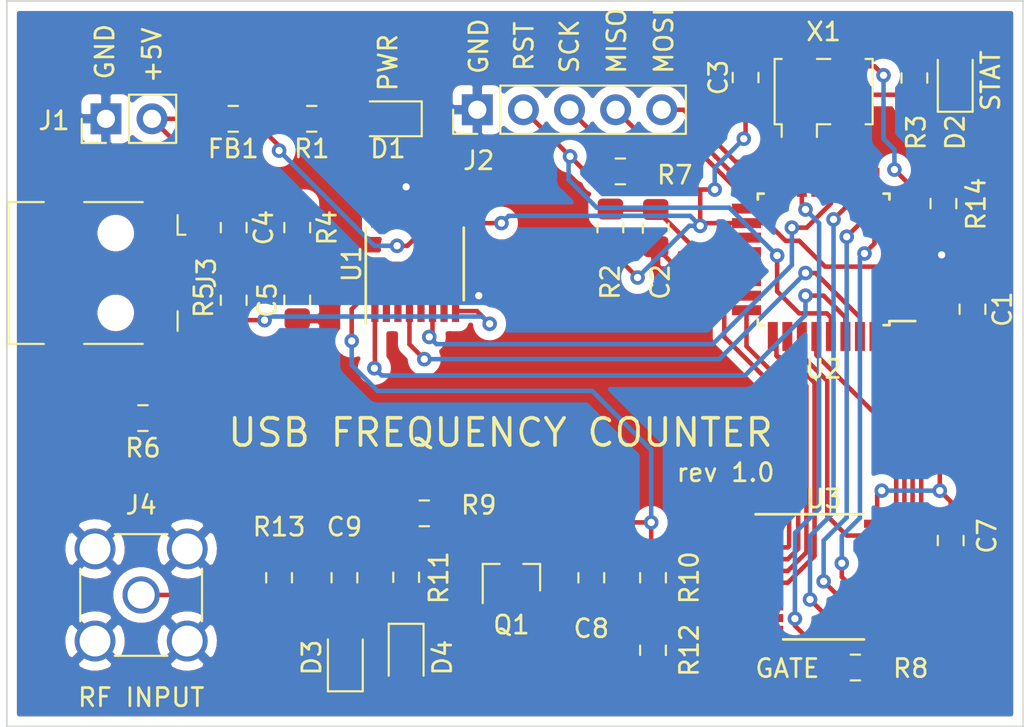
<source format=kicad_pcb>
(kicad_pcb (version 20171130) (host pcbnew "(5.1.2)-1")
  (layers (0 F.Cu signal) (31 B.Cu signal) (34 B.Paste user) (35 F.Paste user) (36 B.SilkS user) (37 F.SilkS user) (38 B.Mask user) (39 F.Mask user) (44 Edge.Cuts user))
  (net 0 "")
  (net 1 GND)
  (net 2 3.3V)
  (net 3 "Net-(C2-Pad2)")
  (net 4 "Net-(C4-Pad2)")
  (net 5 "Net-(C5-Pad2)")
  (net 6 RF-BUF)
  (net 7 "Net-(C8-Pad2)")
  (net 8 "Net-(C9-Pad1)")
  (net 9 "Net-(C9-Pad2)")
  (net 10 "Net-(D1-Pad2)")
  (net 11 "Net-(D2-Pad2)")
  (net 12 "Net-(FB1-Pad2)")
  (net 13 5V)
  (net 14 RST)
  (net 15 SCK)
  (net 16 MISO)
  (net 17 MOSI)
  (net 18 "Net-(J3-Pad4)")
  (net 19 "Net-(J3-Pad6)")
  (net 20 "Net-(J4-Pad1)")
  (net 21 "Net-(R3-Pad2)")
  (net 22 "Net-(R4-Pad1)")
  (net 23 "Net-(R5-Pad1)")
  (net 24 "Net-(R8-Pad1)")
  (net 25 GATE)
  (net 26 10MHz)
  (net 27 "Net-(R14-Pad2)")
  (net 28 PCTX)
  (net 29 "Net-(U1-Pad2)")
  (net 30 PCRX)
  (net 31 PCCTS)
  (net 32 "Net-(U1-Pad7)")
  (net 33 "Net-(U1-Pad14)")
  (net 34 "Net-(U1-Pad15)")
  (net 35 "Net-(U1-Pad16)")
  (net 36 Y3)
  (net 37 Y4)
  (net 38 "Net-(U2-Pad3)")
  (net 39 "Net-(U2-Pad6)")
  (net 40 "Net-(U2-Pad8)")
  (net 41 Y5)
  (net 42 Y6)
  (net 43 Y7)
  (net 44 "Net-(U2-Pad19)")
  (net 45 "Net-(U2-Pad22)")
  (net 46 A0)
  (net 47 A1)
  (net 48 A2)
  (net 49 A3)
  (net 50 Y0)
  (net 51 Y1)
  (net 52 Y2)
  (net 53 "Net-(U3-Pad1)")
  (net 54 "Net-(U3-Pad8)")
  (net 55 "Net-(X1-Pad1)")
  (module LED_SMD:LED_0805_2012Metric_Pad1.15x1.40mm_HandSolder (layer F.Cu) (at 110.25 57.25 90)
    (fp_text reference D2 (at -3 0 90) (layer F.SilkS))
    (fp_text value STATUS)
    (pad 2 smd roundrect (at 1.025 0 90) (size 1.15 1.4) (layers F.Cu F.Paste F.Mask) (roundrect_rratio 0.217391) (net 11 "Net-(D2-Pad2)"))
    (pad 1 smd roundrect (at -1.025 0 90) (size 1.15 1.4) (layers F.Cu F.Paste F.Mask) (roundrect_rratio 0.217391) (net 1 GND))
  )
  (module Capacitor_SMD:C_0805_2012Metric_Pad1.15x1.40mm_HandSolder (layer F.Cu) (at 93.75 65.525 90)
    (fp_text reference C2 (at -2.975 0.25 90) (layer F.SilkS))
    (fp_text value .1u)
    (pad 2 smd roundrect (at 1.025 0 90) (size 1.15 1.4) (layers F.Cu F.Paste F.Mask) (roundrect_rratio 0.217391) (net 3 "Net-(C2-Pad2)"))
    (pad 1 smd roundrect (at -1.025 0 90) (size 1.15 1.4) (layers F.Cu F.Paste F.Mask) (roundrect_rratio 0.217391) (net 1 GND))
  )
  (module Resistor_SMD:R_0805_2012Metric_Pad1.15x1.40mm_HandSolder (layer F.Cu) (at 91.25 65.5 90)
    (fp_text reference R2 (at -3 0 90) (layer F.SilkS))
    (fp_text value 10K)
    (pad 2 smd roundrect (at 1.025 0 90) (size 1.15 1.4) (layers F.Cu F.Paste F.Mask) (roundrect_rratio 0.217391) (net 3 "Net-(C2-Pad2)"))
    (pad 1 smd roundrect (at -1.025 0 90) (size 1.15 1.4) (layers F.Cu F.Paste F.Mask) (roundrect_rratio 0.217391) (net 2 3.3V))
  )
  (module Package_QFP:TQFP-32_7x7mm_P0.8mm (layer F.Cu) (at 103 67.25 180)
    (fp_text reference U2 (at 0 -6.05) (layer F.SilkS))
    (fp_text value ATmega328PB-AU)
    (pad 32 smd rect (at -2.8 -4.25 270) (size 1.6 0.55) (layers F.Cu F.Paste F.Mask) (net 52 Y2))
    (pad 31 smd rect (at -2 -4.25 270) (size 1.6 0.55) (layers F.Cu F.Paste F.Mask) (net 30 PCRX))
    (pad 30 smd rect (at -1.2 -4.25 270) (size 1.6 0.55) (layers F.Cu F.Paste F.Mask) (net 28 PCTX))
    (pad 29 smd rect (at -0.4 -4.25 270) (size 1.6 0.55) (layers F.Cu F.Paste F.Mask) (net 14 RST))
    (pad 28 smd rect (at 0.4 -4.25 270) (size 1.6 0.55) (layers F.Cu F.Paste F.Mask) (net 51 Y1))
    (pad 27 smd rect (at 1.2 -4.25 270) (size 1.6 0.55) (layers F.Cu F.Paste F.Mask) (net 50 Y0))
    (pad 26 smd rect (at 2 -4.25 270) (size 1.6 0.55) (layers F.Cu F.Paste F.Mask) (net 49 A3))
    (pad 25 smd rect (at 2.8 -4.25 270) (size 1.6 0.55) (layers F.Cu F.Paste F.Mask) (net 48 A2))
    (pad 24 smd rect (at 4.25 -2.8 180) (size 1.6 0.55) (layers F.Cu F.Paste F.Mask) (net 47 A1))
    (pad 23 smd rect (at 4.25 -2 180) (size 1.6 0.55) (layers F.Cu F.Paste F.Mask) (net 46 A0))
    (pad 22 smd rect (at 4.25 -1.2 180) (size 1.6 0.55) (layers F.Cu F.Paste F.Mask) (net 45 "Net-(U2-Pad22)"))
    (pad 21 smd rect (at 4.25 -0.4 180) (size 1.6 0.55) (layers F.Cu F.Paste F.Mask) (net 1 GND))
    (pad 20 smd rect (at 4.25 0.4 180) (size 1.6 0.55) (layers F.Cu F.Paste F.Mask) (net 3 "Net-(C2-Pad2)"))
    (pad 19 smd rect (at 4.25 1.2 180) (size 1.6 0.55) (layers F.Cu F.Paste F.Mask) (net 44 "Net-(U2-Pad19)"))
    (pad 18 smd rect (at 4.25 2 180) (size 1.6 0.55) (layers F.Cu F.Paste F.Mask) (net 2 3.3V))
    (pad 17 smd rect (at 4.25 2.8 180) (size 1.6 0.55) (layers F.Cu F.Paste F.Mask) (net 15 SCK))
    (pad 16 smd rect (at 2.8 4.25 270) (size 1.6 0.55) (layers F.Cu F.Paste F.Mask) (net 16 MISO))
    (pad 15 smd rect (at 2 4.25 270) (size 1.6 0.55) (layers F.Cu F.Paste F.Mask) (net 17 MOSI))
    (pad 14 smd rect (at 1.2 4.25 270) (size 1.6 0.55) (layers F.Cu F.Paste F.Mask) (net 25 GATE))
    (pad 13 smd rect (at 0.4 4.25 270) (size 1.6 0.55) (layers F.Cu F.Paste F.Mask) (net 21 "Net-(R3-Pad2)"))
    (pad 12 smd rect (at -0.4 4.25 270) (size 1.6 0.55) (layers F.Cu F.Paste F.Mask) (net 31 PCCTS))
    (pad 11 smd rect (at -1.2 4.25 270) (size 1.6 0.55) (layers F.Cu F.Paste F.Mask) (net 43 Y7))
    (pad 10 smd rect (at -2 4.25 270) (size 1.6 0.55) (layers F.Cu F.Paste F.Mask) (net 42 Y6))
    (pad 9 smd rect (at -2.8 4.25 270) (size 1.6 0.55) (layers F.Cu F.Paste F.Mask) (net 41 Y5))
    (pad 8 smd rect (at -4.25 2.8 180) (size 1.6 0.55) (layers F.Cu F.Paste F.Mask) (net 40 "Net-(U2-Pad8)"))
    (pad 7 smd rect (at -4.25 2 180) (size 1.6 0.55) (layers F.Cu F.Paste F.Mask) (net 26 10MHz))
    (pad 6 smd rect (at -4.25 1.2 180) (size 1.6 0.55) (layers F.Cu F.Paste F.Mask) (net 39 "Net-(U2-Pad6)"))
    (pad 5 smd rect (at -4.25 0.4 180) (size 1.6 0.55) (layers F.Cu F.Paste F.Mask) (net 1 GND))
    (pad 4 smd rect (at -4.25 -0.4 180) (size 1.6 0.55) (layers F.Cu F.Paste F.Mask) (net 2 3.3V))
    (pad 3 smd rect (at -4.25 -1.2 180) (size 1.6 0.55) (layers F.Cu F.Paste F.Mask) (net 38 "Net-(U2-Pad3)"))
    (pad 2 smd rect (at -4.25 -2 180) (size 1.6 0.55) (layers F.Cu F.Paste F.Mask) (net 37 Y4))
    (pad 1 smd rect (at -4.25 -2.8 180) (size 1.6 0.55) (layers F.Cu F.Paste F.Mask) (net 36 Y3))
  )
  (module Connector_PinHeader_2.54mm:PinHeader_1x05_P2.54mm_Vertical (layer F.Cu) (at 83.92 59 90)
    (fp_text reference J2 (at -2.8 0.08 180) (layer F.SilkS))
    (fp_text value PROG)
    (pad 1 thru_hole rect (at 0 0 90) (size 1.7 1.7) (drill 1) (layers *.Cu *.Mask) (net 1 GND))
    (pad 2 thru_hole oval (at 0 2.54 90) (size 1.7 1.7) (drill 1) (layers *.Cu *.Mask) (net 14 RST))
    (pad 3 thru_hole oval (at 0 5.08 90) (size 1.7 1.7) (drill 1) (layers *.Cu *.Mask) (net 15 SCK))
    (pad 4 thru_hole oval (at 0 7.62 90) (size 1.7 1.7) (drill 1) (layers *.Cu *.Mask) (net 16 MISO))
    (pad 5 thru_hole oval (at 0 10.16 90) (size 1.7 1.7) (drill 1) (layers *.Cu *.Mask) (net 17 MOSI))
  )
  (module Resistor_SMD:R_0805_2012Metric_Pad1.15x1.40mm_HandSolder (layer F.Cu) (at 93.6 84.8 270)
    (fp_text reference R10 (at 0 -2 90) (layer F.SilkS))
    (fp_text value 10K)
    (pad 2 smd roundrect (at 1.025 0 270) (size 1.15 1.4) (layers F.Cu F.Paste F.Mask) (roundrect_rratio 0.217391) (net 6 RF-BUF))
    (pad 1 smd roundrect (at -1.025 0 270) (size 1.15 1.4) (layers F.Cu F.Paste F.Mask) (roundrect_rratio 0.217391) (net 2 3.3V))
  )
  (module Resistor_SMD:R_0805_2012Metric_Pad1.15x1.40mm_HandSolder (layer F.Cu) (at 81 81.25 180)
    (fp_text reference R9 (at -3 0.45) (layer F.SilkS))
    (fp_text value 10K)
    (pad 2 smd roundrect (at 1.025 0 180) (size 1.15 1.4) (layers F.Cu F.Paste F.Mask) (roundrect_rratio 0.217391) (net 7 "Net-(C8-Pad2)"))
    (pad 1 smd roundrect (at -1.025 0 180) (size 1.15 1.4) (layers F.Cu F.Paste F.Mask) (roundrect_rratio 0.217391) (net 2 3.3V))
  )
  (module Capacitor_SMD:C_0805_2012Metric_Pad1.15x1.40mm_HandSolder (layer F.Cu) (at 98.7 57.225 90)
    (fp_text reference C3 (at 0 -1.5 90) (layer F.SilkS))
    (fp_text value .1u)
    (pad 1 smd roundrect (at -1.025 0 90) (size 1.15 1.4) (layers F.Cu F.Paste F.Mask) (roundrect_rratio 0.217391) (net 2 3.3V))
    (pad 2 smd roundrect (at 1.025 0 90) (size 1.15 1.4) (layers F.Cu F.Paste F.Mask) (roundrect_rratio 0.217391) (net 1 GND))
  )
  (module Capacitor_SMD:C_0805_2012Metric_Pad1.15x1.40mm_HandSolder (layer F.Cu) (at 70.5 65.5 270)
    (fp_text reference C4 (at 0 -1.65 90) (layer F.SilkS))
    (fp_text value 47p)
    (pad 2 smd roundrect (at 1.025 0 270) (size 1.15 1.4) (layers F.Cu F.Paste F.Mask) (roundrect_rratio 0.217391) (net 4 "Net-(C4-Pad2)"))
    (pad 1 smd roundrect (at -1.025 0 270) (size 1.15 1.4) (layers F.Cu F.Paste F.Mask) (roundrect_rratio 0.217391) (net 1 GND))
  )
  (module Capacitor_SMD:C_0805_2012Metric_Pad1.15x1.40mm_HandSolder (layer F.Cu) (at 74 69.5 90)
    (fp_text reference C5 (at 0 -1.65 90) (layer F.SilkS))
    (fp_text value 47p)
    (pad 2 smd roundrect (at 1.025 0 90) (size 1.15 1.4) (layers F.Cu F.Paste F.Mask) (roundrect_rratio 0.217391) (net 5 "Net-(C5-Pad2)"))
    (pad 1 smd roundrect (at -1.025 0 90) (size 1.15 1.4) (layers F.Cu F.Paste F.Mask) (roundrect_rratio 0.217391) (net 1 GND))
  )
  (module Capacitor_SMD:C_0805_2012Metric_Pad1.15x1.40mm_HandSolder (layer F.Cu) (at 110 82.75 270)
    (fp_text reference C7 (at -0.25 -2 90) (layer F.SilkS))
    (fp_text value .1u)
    (pad 2 smd roundrect (at 1.025 0 270) (size 1.15 1.4) (layers F.Cu F.Paste F.Mask) (roundrect_rratio 0.217391) (net 1 GND))
    (pad 1 smd roundrect (at -1.025 0 270) (size 1.15 1.4) (layers F.Cu F.Paste F.Mask) (roundrect_rratio 0.217391) (net 2 3.3V))
  )
  (module Capacitor_SMD:C_0805_2012Metric_Pad1.15x1.40mm_HandSolder (layer F.Cu) (at 90.2 84.8 90)
    (fp_text reference C8 (at -2.8 0 180) (layer F.SilkS))
    (fp_text value .1u)
    (pad 2 smd roundrect (at 1.025 0 90) (size 1.15 1.4) (layers F.Cu F.Paste F.Mask) (roundrect_rratio 0.217391) (net 7 "Net-(C8-Pad2)"))
    (pad 1 smd roundrect (at -1.025 0 90) (size 1.15 1.4) (layers F.Cu F.Paste F.Mask) (roundrect_rratio 0.217391) (net 6 RF-BUF))
  )
  (module Capacitor_SMD:C_0805_2012Metric_Pad1.15x1.40mm_HandSolder (layer F.Cu) (at 76.6 84.8 90)
    (fp_text reference C9 (at 2.8 0 180) (layer F.SilkS))
    (fp_text value .1u)
    (pad 2 smd roundrect (at 1.025 0 90) (size 1.15 1.4) (layers F.Cu F.Paste F.Mask) (roundrect_rratio 0.217391) (net 9 "Net-(C9-Pad2)"))
    (pad 1 smd roundrect (at -1.025 0 90) (size 1.15 1.4) (layers F.Cu F.Paste F.Mask) (roundrect_rratio 0.217391) (net 8 "Net-(C9-Pad1)"))
  )
  (module LED_SMD:LED_0805_2012Metric_Pad1.15x1.40mm_HandSolder (layer F.Cu) (at 79 59.5 180)
    (fp_text reference D1 (at 0 -1.65) (layer F.SilkS))
    (fp_text value POWER)
    (pad 2 smd roundrect (at 1.025 0 180) (size 1.15 1.4) (layers F.Cu F.Paste F.Mask) (roundrect_rratio 0.217391) (net 10 "Net-(D1-Pad2)"))
    (pad 1 smd roundrect (at -1.025 0 180) (size 1.15 1.4) (layers F.Cu F.Paste F.Mask) (roundrect_rratio 0.217391) (net 1 GND))
  )
  (module Diode_SMD:D_0805_2012Metric_Pad1.15x1.40mm_HandSolder (layer F.Cu) (at 76.65 89.2 90)
    (fp_text reference D3 (at 0 -1.85 270) (layer F.SilkS))
    (fp_text value D)
    (pad 2 smd roundrect (at 1.025 0 90) (size 1.15 1.4) (layers F.Cu F.Paste F.Mask) (roundrect_rratio 0.217391) (net 8 "Net-(C9-Pad1)"))
    (pad 1 smd roundrect (at -1.025 0 90) (size 1.15 1.4) (layers F.Cu F.Paste F.Mask) (roundrect_rratio 0.217391) (net 1 GND))
  )
  (module Diode_SMD:D_0805_2012Metric_Pad1.15x1.40mm_HandSolder (layer F.Cu) (at 80 89.2 270)
    (fp_text reference D4 (at 0 -2 270) (layer F.SilkS))
    (fp_text value D)
    (pad 2 smd roundrect (at 1.025 0 270) (size 1.15 1.4) (layers F.Cu F.Paste F.Mask) (roundrect_rratio 0.217391) (net 1 GND))
    (pad 1 smd roundrect (at -1.025 0 270) (size 1.15 1.4) (layers F.Cu F.Paste F.Mask) (roundrect_rratio 0.217391) (net 8 "Net-(C9-Pad1)"))
  )
  (module Resistor_SMD:R_0805_2012Metric_Pad1.15x1.40mm_HandSolder (layer F.Cu) (at 70.475 59.5 180)
    (fp_text reference FB1 (at 0 -1.65) (layer F.SilkS))
    (fp_text value Ferrite)
    (pad 2 smd roundrect (at 1.025 0 180) (size 1.15 1.4) (layers F.Cu F.Paste F.Mask) (roundrect_rratio 0.217391) (net 12 "Net-(FB1-Pad2)"))
    (pad 1 smd roundrect (at -1.025 0 180) (size 1.15 1.4) (layers F.Cu F.Paste F.Mask) (roundrect_rratio 0.217391) (net 13 5V))
  )
  (module Connector_PinHeader_2.54mm:PinHeader_1x02_P2.54mm_Vertical (layer F.Cu) (at 63.46 59.5 90)
    (fp_text reference J1 (at -0.1 -2.86 180) (layer F.SilkS))
    (fp_text value power)
    (pad 2 thru_hole oval (at 0 2.54 90) (size 1.7 1.7) (drill 1) (layers *.Cu *.Mask) (net 12 "Net-(FB1-Pad2)"))
    (pad 1 thru_hole rect (at 0 0 90) (size 1.7 1.7) (drill 1) (layers *.Cu *.Mask) (net 1 GND))
  )
  (module Connector_USB:USB_Mini-B_Lumberg_2486_01_Horizontal (layer F.Cu) (at 64 68 270)
    (fp_text reference J3 (at 0 -5 90) (layer F.SilkS))
    (fp_text value "USB MINI")
    (pad "" np_thru_hole circle (at 2.2 0 270) (size 1 1) (drill 1) (layers *.Cu *.Mask))
    (pad "" np_thru_hole circle (at -2.2 0 270) (size 1 1) (drill 1) (layers *.Cu *.Mask))
    (pad 6 smd rect (at 4.45 2.85 270) (size 2 1.7) (layers F.Cu F.Paste F.Mask) (net 19 "Net-(J3-Pad6)"))
    (pad 6 smd rect (at 4.45 -2.6 270) (size 2 1.7) (layers F.Cu F.Paste F.Mask) (net 19 "Net-(J3-Pad6)"))
    (pad 6 smd rect (at -4.45 2.85 270) (size 2 1.7) (layers F.Cu F.Paste F.Mask) (net 19 "Net-(J3-Pad6)"))
    (pad 6 smd rect (at -4.45 -2.6 270) (size 2 1.7) (layers F.Cu F.Paste F.Mask) (net 19 "Net-(J3-Pad6)"))
    (pad 5 smd rect (at 1.6 -2.7 270) (size 0.5 2) (layers F.Cu F.Paste F.Mask) (net 1 GND))
    (pad 4 smd rect (at 0.8 -2.7 270) (size 0.5 2) (layers F.Cu F.Paste F.Mask) (net 18 "Net-(J3-Pad4)"))
    (pad 3 smd rect (at 0 -2.7 270) (size 0.5 2) (layers F.Cu F.Paste F.Mask) (net 5 "Net-(C5-Pad2)"))
    (pad 2 smd rect (at -0.8 -2.7 270) (size 0.5 2) (layers F.Cu F.Paste F.Mask) (net 4 "Net-(C4-Pad2)"))
    (pad 1 smd rect (at -1.6 -2.7 270) (size 0.5 2) (layers F.Cu F.Paste F.Mask) (net 12 "Net-(FB1-Pad2)"))
  )
  (module Connector_Coaxial:SMA_Amphenol_901-144_Vertical (layer F.Cu) (at 65.4 85.75)
    (fp_text reference J4 (at 0 -4.95) (layer F.SilkS))
    (fp_text value RF)
    (pad 2 thru_hole circle (at -2.54 2.54) (size 2.25 2.25) (drill 1.7) (layers *.Cu *.Mask) (net 1 GND))
    (pad 2 thru_hole circle (at -2.54 -2.54) (size 2.25 2.25) (drill 1.7) (layers *.Cu *.Mask) (net 1 GND))
    (pad 2 thru_hole circle (at 2.54 -2.54) (size 2.25 2.25) (drill 1.7) (layers *.Cu *.Mask) (net 1 GND))
    (pad 2 thru_hole circle (at 2.54 2.54) (size 2.25 2.25) (drill 1.7) (layers *.Cu *.Mask) (net 1 GND))
    (pad 1 thru_hole circle (at 0 0) (size 2.05 2.05) (drill 1.5) (layers *.Cu *.Mask) (net 20 "Net-(J4-Pad1)"))
  )
  (module Resistor_SMD:R_0805_2012Metric_Pad1.15x1.40mm_HandSolder (layer F.Cu) (at 74.8 59.5 180)
    (fp_text reference R1 (at 0 -1.65) (layer F.SilkS))
    (fp_text value 10K)
    (pad 2 smd roundrect (at 1.025 0 180) (size 1.15 1.4) (layers F.Cu F.Paste F.Mask) (roundrect_rratio 0.217391) (net 13 5V))
    (pad 1 smd roundrect (at -1.025 0 180) (size 1.15 1.4) (layers F.Cu F.Paste F.Mask) (roundrect_rratio 0.217391) (net 10 "Net-(D1-Pad2)"))
  )
  (module Resistor_SMD:R_0805_2012Metric_Pad1.15x1.40mm_HandSolder (layer F.Cu) (at 108 57.25 270)
    (fp_text reference R3 (at 3 -0.1 90) (layer F.SilkS))
    (fp_text value 10K)
    (pad 2 smd roundrect (at 1.025 0 270) (size 1.15 1.4) (layers F.Cu F.Paste F.Mask) (roundrect_rratio 0.217391) (net 21 "Net-(R3-Pad2)"))
    (pad 1 smd roundrect (at -1.025 0 270) (size 1.15 1.4) (layers F.Cu F.Paste F.Mask) (roundrect_rratio 0.217391) (net 11 "Net-(D2-Pad2)"))
  )
  (module Resistor_SMD:R_0805_2012Metric_Pad1.15x1.40mm_HandSolder (layer F.Cu) (at 74 65.5 270)
    (fp_text reference R4 (at 0 -1.65 90) (layer F.SilkS))
    (fp_text value 27)
    (pad 2 smd roundrect (at 1.025 0 270) (size 1.15 1.4) (layers F.Cu F.Paste F.Mask) (roundrect_rratio 0.217391) (net 4 "Net-(C4-Pad2)"))
    (pad 1 smd roundrect (at -1.025 0 270) (size 1.15 1.4) (layers F.Cu F.Paste F.Mask) (roundrect_rratio 0.217391) (net 22 "Net-(R4-Pad1)"))
  )
  (module Resistor_SMD:R_0805_2012Metric_Pad1.15x1.40mm_HandSolder (layer F.Cu) (at 70.5 69.5 90)
    (fp_text reference R5 (at 0 -1.65 90) (layer F.SilkS))
    (fp_text value 27)
    (pad 2 smd roundrect (at 1.025 0 90) (size 1.15 1.4) (layers F.Cu F.Paste F.Mask) (roundrect_rratio 0.217391) (net 5 "Net-(C5-Pad2)"))
    (pad 1 smd roundrect (at -1.025 0 90) (size 1.15 1.4) (layers F.Cu F.Paste F.Mask) (roundrect_rratio 0.217391) (net 23 "Net-(R5-Pad1)"))
  )
  (module Resistor_SMD:R_0805_2012Metric_Pad1.15x1.40mm_HandSolder (layer F.Cu) (at 65.5 76 180)
    (fp_text reference R6 (at 0 -1.65) (layer F.SilkS))
    (fp_text value 0)
    (pad 2 smd roundrect (at 1.025 0 180) (size 1.15 1.4) (layers F.Cu F.Paste F.Mask) (roundrect_rratio 0.217391) (net 1 GND))
    (pad 1 smd roundrect (at -1.025 0 180) (size 1.15 1.4) (layers F.Cu F.Paste F.Mask) (roundrect_rratio 0.217391) (net 19 "Net-(J3-Pad6)"))
  )
  (module Resistor_SMD:R_0805_2012Metric_Pad1.15x1.40mm_HandSolder (layer F.Cu) (at 91.8 62.4 180)
    (fp_text reference R7 (at -3 -0.2) (layer F.SilkS))
    (fp_text value 10K)
    (pad 2 smd roundrect (at 1.025 0 180) (size 1.15 1.4) (layers F.Cu F.Paste F.Mask) (roundrect_rratio 0.217391) (net 14 RST))
    (pad 1 smd roundrect (at -1.025 0 180) (size 1.15 1.4) (layers F.Cu F.Paste F.Mask) (roundrect_rratio 0.217391) (net 2 3.3V))
  )
  (module Resistor_SMD:R_0805_2012Metric_Pad1.15x1.40mm_HandSolder (layer F.Cu) (at 104.75 89.75 180)
    (fp_text reference R8 (at -3.05 -0.05) (layer F.SilkS))
    (fp_text value 1K)
    (pad 2 smd roundrect (at 1.025 0 180) (size 1.15 1.4) (layers F.Cu F.Paste F.Mask) (roundrect_rratio 0.217391) (net 25 GATE))
    (pad 1 smd roundrect (at -1.025 0 180) (size 1.15 1.4) (layers F.Cu F.Paste F.Mask) (roundrect_rratio 0.217391) (net 24 "Net-(R8-Pad1)"))
  )
  (module Resistor_SMD:R_0805_2012Metric_Pad1.15x1.40mm_HandSolder (layer F.Cu) (at 80 84.775 90)
    (fp_text reference R11 (at -0.025 1.8 90) (layer F.SilkS))
    (fp_text value 10K)
    (pad 2 smd roundrect (at 1.025 0 90) (size 1.15 1.4) (layers F.Cu F.Paste F.Mask) (roundrect_rratio 0.217391) (net 7 "Net-(C8-Pad2)"))
    (pad 1 smd roundrect (at -1.025 0 90) (size 1.15 1.4) (layers F.Cu F.Paste F.Mask) (roundrect_rratio 0.217391) (net 8 "Net-(C9-Pad1)"))
  )
  (module Resistor_SMD:R_0805_2012Metric_Pad1.15x1.40mm_HandSolder (layer F.Cu) (at 93.6 88.8 270)
    (fp_text reference R12 (at 0 -2 90) (layer F.SilkS))
    (fp_text value 10K)
    (pad 2 smd roundrect (at 1.025 0 270) (size 1.15 1.4) (layers F.Cu F.Paste F.Mask) (roundrect_rratio 0.217391) (net 1 GND))
    (pad 1 smd roundrect (at -1.025 0 270) (size 1.15 1.4) (layers F.Cu F.Paste F.Mask) (roundrect_rratio 0.217391) (net 6 RF-BUF))
  )
  (module Resistor_SMD:R_0805_2012Metric_Pad1.15x1.40mm_HandSolder (layer F.Cu) (at 73 84.8 270)
    (fp_text reference R13 (at -2.8 0 180) (layer F.SilkS))
    (fp_text value 50)
    (pad 2 smd roundrect (at 1.025 0 270) (size 1.15 1.4) (layers F.Cu F.Paste F.Mask) (roundrect_rratio 0.217391) (net 20 "Net-(J4-Pad1)"))
    (pad 1 smd roundrect (at -1.025 0 270) (size 1.15 1.4) (layers F.Cu F.Paste F.Mask) (roundrect_rratio 0.217391) (net 9 "Net-(C9-Pad2)"))
  )
  (module Resistor_SMD:R_0805_2012Metric_Pad1.15x1.40mm_HandSolder (layer F.Cu) (at 109.6 64.175 90)
    (fp_text reference R14 (at -0.025 1.8 90) (layer F.SilkS))
    (fp_text value 10K)
    (pad 2 smd roundrect (at 1.025 0 90) (size 1.15 1.4) (layers F.Cu F.Paste F.Mask) (roundrect_rratio 0.217391) (net 27 "Net-(R14-Pad2)"))
    (pad 1 smd roundrect (at -1.025 0 90) (size 1.15 1.4) (layers F.Cu F.Paste F.Mask) (roundrect_rratio 0.217391) (net 26 10MHz))
  )
  (module Package_SO:SSOP-16_3.9x4.9mm_P0.635mm (layer F.Cu) (at 80.5 67.5 90)
    (fp_text reference U1 (at 0 -3.5 90) (layer F.SilkS))
    (fp_text value FT230XS)
    (pad 16 smd rect (at 2.6 -2.2225 90) (size 1.2 0.4) (layers F.Cu F.Paste F.Mask) (net 35 "Net-(U1-Pad16)"))
    (pad 15 smd rect (at 2.6 -1.5875 90) (size 1.2 0.4) (layers F.Cu F.Paste F.Mask) (net 34 "Net-(U1-Pad15)"))
    (pad 14 smd rect (at 2.6 -0.9525 90) (size 1.2 0.4) (layers F.Cu F.Paste F.Mask) (net 33 "Net-(U1-Pad14)"))
    (pad 13 smd rect (at 2.6 -0.3175 90) (size 1.2 0.4) (layers F.Cu F.Paste F.Mask) (net 1 GND))
    (pad 12 smd rect (at 2.6 0.3175 90) (size 1.2 0.4) (layers F.Cu F.Paste F.Mask) (net 13 5V))
    (pad 11 smd rect (at 2.6 0.9525 90) (size 1.2 0.4) (layers F.Cu F.Paste F.Mask) (net 2 3.3V))
    (pad 10 smd rect (at 2.6 1.5875 90) (size 1.2 0.4) (layers F.Cu F.Paste F.Mask) (net 2 3.3V))
    (pad 9 smd rect (at 2.6 2.2225 90) (size 1.2 0.4) (layers F.Cu F.Paste F.Mask) (net 22 "Net-(R4-Pad1)"))
    (pad 8 smd rect (at -2.6 2.2225 90) (size 1.2 0.4) (layers F.Cu F.Paste F.Mask) (net 23 "Net-(R5-Pad1)"))
    (pad 7 smd rect (at -2.6 1.5875 90) (size 1.2 0.4) (layers F.Cu F.Paste F.Mask) (net 32 "Net-(U1-Pad7)"))
    (pad 6 smd rect (at -2.6 0.9525 90) (size 1.2 0.4) (layers F.Cu F.Paste F.Mask) (net 31 PCCTS))
    (pad 5 smd rect (at -2.6 0.3175 90) (size 1.2 0.4) (layers F.Cu F.Paste F.Mask) (net 1 GND))
    (pad 4 smd rect (at -2.6 -0.3175 90) (size 1.2 0.4) (layers F.Cu F.Paste F.Mask) (net 30 PCRX))
    (pad 3 smd rect (at -2.6 -0.9525 90) (size 1.2 0.4) (layers F.Cu F.Paste F.Mask) (net 2 3.3V))
    (pad 2 smd rect (at -2.6 -1.5875 90) (size 1.2 0.4) (layers F.Cu F.Paste F.Mask) (net 29 "Net-(U1-Pad2)"))
    (pad 1 smd rect (at -2.6 -2.2225 90) (size 1.2 0.4) (layers F.Cu F.Paste F.Mask) (net 28 PCTX))
  )
  (module Package_SO:TSSOP-20_4.4x6.5mm_P0.65mm (layer F.Cu) (at 103 84.75)
    (fp_text reference U3 (at 0 -4.3) (layer F.SilkS))
    (fp_text value 74LV8154)
    (pad 20 smd rect (at 2.95 -2.925) (size 1.45 0.45) (layers F.Cu F.Paste F.Mask) (net 2 3.3V))
    (pad 19 smd rect (at 2.95 -2.275) (size 1.45 0.45) (layers F.Cu F.Paste F.Mask) (net 50 Y0))
    (pad 18 smd rect (at 2.95 -1.625) (size 1.45 0.45) (layers F.Cu F.Paste F.Mask) (net 51 Y1))
    (pad 17 smd rect (at 2.95 -0.975) (size 1.45 0.45) (layers F.Cu F.Paste F.Mask) (net 52 Y2))
    (pad 16 smd rect (at 2.95 -0.325) (size 1.45 0.45) (layers F.Cu F.Paste F.Mask) (net 36 Y3))
    (pad 15 smd rect (at 2.95 0.325) (size 1.45 0.45) (layers F.Cu F.Paste F.Mask) (net 37 Y4))
    (pad 14 smd rect (at 2.95 0.975) (size 1.45 0.45) (layers F.Cu F.Paste F.Mask) (net 41 Y5))
    (pad 13 smd rect (at 2.95 1.625) (size 1.45 0.45) (layers F.Cu F.Paste F.Mask) (net 42 Y6))
    (pad 12 smd rect (at 2.95 2.275) (size 1.45 0.45) (layers F.Cu F.Paste F.Mask) (net 43 Y7))
    (pad 11 smd rect (at 2.95 2.925) (size 1.45 0.45) (layers F.Cu F.Paste F.Mask) (net 24 "Net-(R8-Pad1)"))
    (pad 10 smd rect (at -2.95 2.925) (size 1.45 0.45) (layers F.Cu F.Paste F.Mask) (net 1 GND))
    (pad 9 smd rect (at -2.95 2.275) (size 1.45 0.45) (layers F.Cu F.Paste F.Mask) (net 54 "Net-(U3-Pad8)"))
    (pad 8 smd rect (at -2.95 1.625) (size 1.45 0.45) (layers F.Cu F.Paste F.Mask) (net 54 "Net-(U3-Pad8)"))
    (pad 7 smd rect (at -2.95 0.975) (size 1.45 0.45) (layers F.Cu F.Paste F.Mask) (net 6 RF-BUF))
    (pad 6 smd rect (at -2.95 0.325) (size 1.45 0.45) (layers F.Cu F.Paste F.Mask) (net 49 A3))
    (pad 5 smd rect (at -2.95 -0.325) (size 1.45 0.45) (layers F.Cu F.Paste F.Mask) (net 48 A2))
    (pad 4 smd rect (at -2.95 -0.975) (size 1.45 0.45) (layers F.Cu F.Paste F.Mask) (net 47 A1))
    (pad 3 smd rect (at -2.95 -1.625) (size 1.45 0.45) (layers F.Cu F.Paste F.Mask) (net 46 A0))
    (pad 2 smd rect (at -2.95 -2.275) (size 1.45 0.45) (layers F.Cu F.Paste F.Mask) (net 53 "Net-(U3-Pad1)"))
    (pad 1 smd rect (at -2.95 -2.925) (size 1.45 0.45) (layers F.Cu F.Paste F.Mask) (net 53 "Net-(U3-Pad1)"))
  )
  (module Oscillator:Oscillator_SMD_TXC_7C-4Pin_5.0x3.2mm_HandSoldering (layer F.Cu) (at 103 58)
    (fp_text reference X1 (at 0 -3.3) (layer F.SilkS))
    (fp_text value ABLNO)
    (pad 1 smd rect (at -1.34 1.4) (size 1.54 1.8) (layers F.Cu F.Paste F.Mask) (net 55 "Net-(X1-Pad1)"))
    (pad 2 smd rect (at 1.34 1.4) (size 1.54 1.8) (layers F.Cu F.Paste F.Mask) (net 1 GND))
    (pad 3 smd rect (at 1.34 -1.4) (size 1.54 1.8) (layers F.Cu F.Paste F.Mask) (net 27 "Net-(R14-Pad2)"))
    (pad 4 smd rect (at -1.34 -1.4) (size 1.54 1.8) (layers F.Cu F.Paste F.Mask) (net 2 3.3V))
  )
  (module Capacitor_SMD:C_0805_2012Metric_Pad1.15x1.40mm_HandSolder (layer F.Cu) (at 111.2 70 270)
    (fp_text reference C1 (at 0 -1.65 90) (layer F.SilkS))
    (fp_text value .1u)
    (pad 1 smd roundrect (at -1.025 0 270) (size 1.15 1.4) (layers F.Cu F.Paste F.Mask) (roundrect_rratio 0.217391) (net 2 3.3V))
    (pad 2 smd roundrect (at 1.025 0 270) (size 1.15 1.4) (layers F.Cu F.Paste F.Mask) (roundrect_rratio 0.217391) (net 1 GND))
  )
  (module Package_TO_SOT_SMD:SOT-23 (layer F.Cu) (at 85.8 84.8 90)
    (fp_text reference Q1 (at -2.6 0 180) (layer F.SilkS))
    (fp_text value MMBT3904)
    (pad 1 smd rect (at -1 -0.95 90) (size 0.9 0.8) (layers F.Cu F.Paste F.Mask) (net 8 "Net-(C9-Pad1)"))
    (pad 2 smd rect (at -1 0.95 90) (size 0.9 0.8) (layers F.Cu F.Paste F.Mask) (net 1 GND))
    (pad 3 smd rect (at 1 0 90) (size 0.9 0.8) (layers F.Cu F.Paste F.Mask) (net 7 "Net-(C8-Pad2)"))
  )
  (gr_text "RF INPUT" (at 65.4 91.4) (layer F.SilkS) (effects (font (size 1 1))))
  (gr_text GATE (at 101 89.8) (layer F.SilkS) (effects (font (size 1 1))))
  (gr_text STAT (at 112.2 57.4 90) (layer F.SilkS) (effects (font (size 1 1))))
  (gr_text PWR (at 79 56.4 90) (layer F.SilkS) (effects (font (size 1 1))))
  (gr_text +5V (at 66 56 90) (layer F.SilkS) (effects (font (size 1 1))))
  (gr_text GND (at 63.4 55.8 90) (layer F.SilkS) (effects (font (size 1 1))))
  (gr_text MOSI (at 94.2 55.2 90) (layer F.SilkS) (effects (font (size 1 1))))
  (gr_text MISO (at 91.6 55.2 90) (layer F.SilkS) (effects (font (size 1 1))))
  (gr_text SCK (at 89 55.5 90) (layer F.SilkS) (effects (font (size 1 1))))
  (gr_text RST (at 86.5 55.5 90) (layer F.SilkS) (effects (font (size 1 1))))
  (gr_text GND (at 84 55.5 90) (layer F.SilkS) (effects (font (size 1 1))))
  (gr_text "rev 1.0" (at 97.6 79) (layer F.SilkS) (effects (font (size 1 1))))
  (gr_text "USB FREQUENCY COUNTER" (at 85.2 76.8) (layer F.SilkS) (effects (font (size 1.5 1.5) (thickness 0.2))))
  (gr_line (start 58 93) (end 58 53) (layer Edge.Cuts) (width 0.1))
  (gr_line (start 114 93) (end 58 93) (layer Edge.Cuts) (width 0.1))
  (gr_line (start 114 53) (end 114 93) (layer Edge.Cuts) (width 0.1))
  (gr_line (start 58 53) (end 114 53) (layer Edge.Cuts) (width 0.1))
  (via (at 80 63.25) (size 0.8) (drill 0.4) (layers F.Cu B.Cu) (net 1))
  (segment (start 80.1825 64.9) (end 80.1825 63.4325) (width 0.25) (layer F.Cu) (net 1))
  (segment (start 80.1825 63.4325) (end 80 63.25) (width 0.25) (layer F.Cu) (net 1))
  (via (at 84 69.25) (size 0.8) (drill 0.4) (layers F.Cu B.Cu) (net 1))
  (segment (start 83.924999 69.174999) (end 84 69.25) (width 0.25) (layer F.Cu) (net 1))
  (segment (start 80.892501 69.174999) (end 83.924999 69.174999) (width 0.25) (layer F.Cu) (net 1))
  (segment (start 80.8175 70.1) (end 80.8175 69.25) (width 0.25) (layer F.Cu) (net 1))
  (segment (start 80.8175 69.25) (end 80.892501 69.174999) (width 0.25) (layer F.Cu) (net 1))
  (via (at 109.5 67) (size 0.8) (drill 0.4) (layers F.Cu B.Cu) (net 1))
  (segment (start 107.25 66.85) (end 109.35 66.85) (width 0.25) (layer F.Cu) (net 1))
  (segment (start 109.35 66.85) (end 109.5 67) (width 0.25) (layer F.Cu) (net 1))
  (segment (start 94.85 67.65) (end 93.75 66.55) (width 0.25) (layer F.Cu) (net 1))
  (segment (start 98.75 67.65) (end 94.85 67.65) (width 0.25) (layer F.Cu) (net 1))
  (segment (start 82.0875 64.05) (end 82.0875 64.9) (width 0.25) (layer F.Cu) (net 2))
  (segment (start 82.6375 63.5) (end 82.0875 64.05) (width 0.25) (layer F.Cu) (net 2))
  (segment (start 83.5 63.5) (end 82.6375 63.5) (width 0.25) (layer F.Cu) (net 2))
  (segment (start 79.5475 70.1) (end 79.5475 69.25) (width 0.25) (layer F.Cu) (net 2))
  (segment (start 79.5475 69.25) (end 80.2975 68.5) (width 0.25) (layer F.Cu) (net 2))
  (segment (start 80.2975 68.5) (end 83 68.5) (width 0.25) (layer F.Cu) (net 2))
  (segment (start 83 68.5) (end 84 67.5) (width 0.25) (layer F.Cu) (net 2))
  (segment (start 84 64) (end 83.5 63.5) (width 0.25) (layer F.Cu) (net 2))
  (segment (start 81.4525 64.9) (end 82.0875 64.9) (width 0.25) (layer F.Cu) (net 2))
  (via (at 85.25 65.25) (size 0.8) (drill 0.4) (layers F.Cu B.Cu) (net 2))
  (segment (start 85.25 65.25) (end 84 65.25) (width 0.25) (layer F.Cu) (net 2))
  (segment (start 84 67.5) (end 84 65.25) (width 0.25) (layer F.Cu) (net 2))
  (segment (start 84 65.25) (end 84 64) (width 0.25) (layer F.Cu) (net 2))
  (via (at 106.2 80) (size 0.8) (drill 0.4) (layers F.Cu B.Cu) (net 2))
  (segment (start 105.95 81.825) (end 105.95 80.25) (width 0.25) (layer F.Cu) (net 2))
  (segment (start 105.95 80.25) (end 106.2 80) (width 0.25) (layer F.Cu) (net 2))
  (via (at 109.4 80) (size 0.8) (drill 0.4) (layers F.Cu B.Cu) (net 2))
  (segment (start 106.2 80) (end 109.4 80) (width 0.25) (layer B.Cu) (net 2))
  (segment (start 108.3 67.65) (end 107.25 67.65) (width 0.25) (layer F.Cu) (net 2))
  (segment (start 109.4 68.75) (end 108.3 67.65) (width 0.25) (layer F.Cu) (net 2))
  (segment (start 109.4 80) (end 109.4 68.75) (width 0.25) (layer F.Cu) (net 2))
  (segment (start 109.625 68.975) (end 111.2 68.975) (width 0.25) (layer F.Cu) (net 2))
  (segment (start 109.4 68.75) (end 109.625 68.975) (width 0.25) (layer F.Cu) (net 2))
  (via (at 96.2 65.4) (size 0.8) (drill 0.4) (layers F.Cu B.Cu) (net 2))
  (segment (start 96.35 65.25) (end 96.2 65.4) (width 0.25) (layer F.Cu) (net 2))
  (segment (start 98.75 65.25) (end 96.35 65.25) (width 0.25) (layer F.Cu) (net 2))
  (segment (start 101.66 56.6) (end 101.66 56.73) (width 0.25) (layer F.Cu) (net 2))
  (segment (start 95.800001 65.000001) (end 96.2 65.4) (width 0.25) (layer B.Cu) (net 2))
  (segment (start 85.649999 64.850001) (end 95.650001 64.850001) (width 0.25) (layer B.Cu) (net 2))
  (segment (start 95.650001 64.850001) (end 95.800001 65.000001) (width 0.25) (layer B.Cu) (net 2))
  (segment (start 85.25 65.25) (end 85.649999 64.850001) (width 0.25) (layer B.Cu) (net 2))
  (via (at 92.75 68.25) (size 0.8) (drill 0.4) (layers F.Cu B.Cu) (net 2))
  (segment (start 91.25 66.525) (end 91.25 66.75) (width 0.25) (layer F.Cu) (net 2))
  (segment (start 91.25 66.75) (end 92.75 68.25) (width 0.25) (layer F.Cu) (net 2))
  (segment (start 95.6 65.4) (end 96.2 65.4) (width 0.25) (layer B.Cu) (net 2))
  (segment (start 92.75 68.25) (end 95.6 65.4) (width 0.25) (layer B.Cu) (net 2))
  (segment (start 93.225 62) (end 92.825 62.4) (width 0.25) (layer F.Cu) (net 2))
  (segment (start 77.817499 69.174999) (end 77 69.992498) (width 0.25) (layer F.Cu) (net 2))
  (segment (start 79.5475 69.25) (end 79.472499 69.174999) (width 0.25) (layer F.Cu) (net 2))
  (segment (start 79.472499 69.174999) (end 77.817499 69.174999) (width 0.25) (layer F.Cu) (net 2))
  (via (at 77 71.75) (size 0.8) (drill 0.4) (layers F.Cu B.Cu) (net 2))
  (segment (start 77 69.992498) (end 77 71.75) (width 0.25) (layer F.Cu) (net 2))
  (segment (start 77 71.75) (end 77 73.073002) (width 0.25) (layer B.Cu) (net 2))
  (segment (start 77 73.073002) (end 78.426998 74.5) (width 0.25) (layer B.Cu) (net 2))
  (segment (start 78.426998 74.5) (end 90.25 74.5) (width 0.25) (layer B.Cu) (net 2))
  (via (at 93.5 81.75) (size 0.8) (drill 0.4) (layers F.Cu B.Cu) (net 2))
  (segment (start 90.25 74.5) (end 93.5 77.75) (width 0.25) (layer B.Cu) (net 2))
  (segment (start 93.5 77.75) (end 93.5 81.75) (width 0.25) (layer B.Cu) (net 2))
  (segment (start 93.5 83.675) (end 93.6 83.775) (width 0.25) (layer F.Cu) (net 2))
  (segment (start 93.5 81.75) (end 93.5 83.675) (width 0.25) (layer F.Cu) (net 2))
  (segment (start 82.525 81.75) (end 82.025 81.25) (width 0.25) (layer F.Cu) (net 2))
  (segment (start 93.5 81.75) (end 82.525 81.75) (width 0.25) (layer F.Cu) (net 2))
  (segment (start 110 80.6) (end 109.4 80) (width 0.25) (layer F.Cu) (net 2))
  (segment (start 110 81.725) (end 110 80.6) (width 0.25) (layer F.Cu) (net 2))
  (segment (start 106.2 67.65) (end 107.25 67.65) (width 0.25) (layer F.Cu) (net 2))
  (segment (start 98.75 65.25) (end 99.926998 65.25) (width 0.25) (layer F.Cu) (net 2))
  (segment (start 100.901999 66.225001) (end 101.651999 66.225001) (width 0.25) (layer F.Cu) (net 2))
  (segment (start 103.076998 67.65) (end 106.2 67.65) (width 0.25) (layer F.Cu) (net 2))
  (segment (start 101.651999 66.225001) (end 103.076998 67.65) (width 0.25) (layer F.Cu) (net 2))
  (segment (start 99.926998 65.25) (end 100.901999 66.225001) (width 0.25) (layer F.Cu) (net 2))
  (segment (start 95.1 62.4) (end 92.825 62.4) (width 0.25) (layer F.Cu) (net 2))
  (segment (start 96.2 65.4) (end 96.2 63.5) (width 0.25) (layer F.Cu) (net 2))
  (segment (start 99.45 58.25) (end 98.7 58.25) (width 0.25) (layer F.Cu) (net 2))
  (segment (start 101.66 56.6) (end 101.1 56.6) (width 0.25) (layer F.Cu) (net 2))
  (segment (start 101.1 56.6) (end 99.45 58.25) (width 0.25) (layer F.Cu) (net 2))
  (segment (start 96.2 63.5) (end 96.1 63.4) (width 0.25) (layer F.Cu) (net 2))
  (segment (start 96.1 63.4) (end 95.1 62.4) (width 0.25) (layer F.Cu) (net 2))
  (via (at 98.6 60.600004) (size 0.8) (drill 0.4) (layers F.Cu B.Cu) (net 2))
  (segment (start 98.7 58.25) (end 98.7 60.500004) (width 0.25) (layer F.Cu) (net 2))
  (segment (start 98.7 60.500004) (end 98.6 60.600004) (width 0.25) (layer F.Cu) (net 2))
  (via (at 97 63.400006) (size 0.8) (drill 0.4) (layers F.Cu B.Cu) (net 2))
  (segment (start 97 62.200004) (end 97 62.834321) (width 0.25) (layer B.Cu) (net 2))
  (segment (start 97 62.834321) (end 97 63.400006) (width 0.25) (layer B.Cu) (net 2))
  (segment (start 98.6 60.600004) (end 97 62.200004) (width 0.25) (layer B.Cu) (net 2))
  (segment (start 96.100006 63.400006) (end 96.434315 63.400006) (width 0.25) (layer F.Cu) (net 2))
  (segment (start 96.1 63.4) (end 96.100006 63.400006) (width 0.25) (layer F.Cu) (net 2))
  (segment (start 96.434315 63.400006) (end 97 63.400006) (width 0.25) (layer F.Cu) (net 2))
  (segment (start 96.1 66.85) (end 93.75 64.5) (width 0.25) (layer F.Cu) (net 3))
  (segment (start 98.75 66.85) (end 96.1 66.85) (width 0.25) (layer F.Cu) (net 3))
  (segment (start 91.275 64.5) (end 91.25 64.475) (width 0.25) (layer F.Cu) (net 3))
  (segment (start 93.75 64.5) (end 91.275 64.5) (width 0.25) (layer F.Cu) (net 3))
  (segment (start 67.95 67.2) (end 66.7 67.2) (width 0.25) (layer F.Cu) (net 4))
  (segment (start 69.025 67.2) (end 67.95 67.2) (width 0.25) (layer F.Cu) (net 4))
  (segment (start 69.7 66.525) (end 69.025 67.2) (width 0.25) (layer F.Cu) (net 4))
  (segment (start 70.5 66.525) (end 69.7 66.525) (width 0.25) (layer F.Cu) (net 4))
  (segment (start 70.5 66.525) (end 74 66.525) (width 0.25) (layer F.Cu) (net 4))
  (segment (start 70.5 68.475) (end 69.025 68.475) (width 0.25) (layer F.Cu) (net 5))
  (segment (start 68.55 68) (end 66.7 68) (width 0.25) (layer F.Cu) (net 5))
  (segment (start 69.025 68.475) (end 68.55 68) (width 0.25) (layer F.Cu) (net 5))
  (segment (start 70.5 68.475) (end 74 68.475) (width 0.25) (layer F.Cu) (net 5))
  (segment (start 90.2 85.825) (end 93.6 85.825) (width 0.25) (layer F.Cu) (net 6))
  (segment (start 99.95 85.825) (end 100.05 85.725) (width 0.25) (layer F.Cu) (net 6))
  (segment (start 93.6 85.825) (end 99.95 85.825) (width 0.25) (layer F.Cu) (net 6))
  (segment (start 93.6 85.825) (end 93.6 87.775) (width 0.25) (layer F.Cu) (net 6))
  (segment (start 80 81.425) (end 80 83.75) (width 0.25) (layer F.Cu) (net 7))
  (segment (start 85.75 83.75) (end 85.8 83.8) (width 0.25) (layer F.Cu) (net 7))
  (segment (start 80 83.75) (end 85.75 83.75) (width 0.25) (layer F.Cu) (net 7))
  (segment (start 90.175 83.8) (end 90.2 83.775) (width 0.25) (layer F.Cu) (net 7))
  (segment (start 85.8 83.8) (end 90.175 83.8) (width 0.25) (layer F.Cu) (net 7))
  (segment (start 79.975 85.825) (end 80 85.8) (width 0.25) (layer F.Cu) (net 8))
  (segment (start 76.6 85.825) (end 79.975 85.825) (width 0.25) (layer F.Cu) (net 8))
  (segment (start 76.6 88.125) (end 76.65 88.175) (width 0.25) (layer F.Cu) (net 8))
  (segment (start 76.6 85.825) (end 76.6 88.125) (width 0.25) (layer F.Cu) (net 8))
  (segment (start 80 85.8) (end 80 88.175) (width 0.25) (layer F.Cu) (net 8))
  (segment (start 80 85.8) (end 84.85 85.8) (width 0.25) (layer F.Cu) (net 8))
  (segment (start 73 83.775) (end 76.6 83.775) (width 0.25) (layer F.Cu) (net 9))
  (segment (start 75.825 59.5) (end 77.975 59.5) (width 0.25) (layer F.Cu) (net 10))
  (segment (start 110.25 56.225) (end 108 56.225) (width 0.25) (layer F.Cu) (net 11))
  (segment (start 67.95 66.4) (end 68.5 65.85) (width 0.25) (layer F.Cu) (net 12))
  (segment (start 66.7 66.4) (end 67.95 66.4) (width 0.25) (layer F.Cu) (net 12))
  (segment (start 68.5 62) (end 66 59.5) (width 0.25) (layer F.Cu) (net 12))
  (segment (start 68.5 65.85) (end 68.5 62) (width 0.25) (layer F.Cu) (net 12))
  (segment (start 69.45 59.5) (end 66 59.5) (width 0.25) (layer F.Cu) (net 12))
  (via (at 79.5 66.5) (size 0.8) (drill 0.4) (layers F.Cu B.Cu) (net 13))
  (segment (start 80.0675 66.5) (end 79.5 66.5) (width 0.25) (layer F.Cu) (net 13))
  (segment (start 80.8175 64.9) (end 80.8175 65.75) (width 0.25) (layer F.Cu) (net 13))
  (segment (start 80.8175 65.75) (end 80.0675 66.5) (width 0.25) (layer F.Cu) (net 13))
  (via (at 73 61.25) (size 0.8) (drill 0.4) (layers F.Cu B.Cu) (net 13))
  (segment (start 79.5 66.5) (end 78.25 66.5) (width 0.25) (layer B.Cu) (net 13))
  (segment (start 78.25 66.5) (end 73 61.25) (width 0.25) (layer B.Cu) (net 13))
  (segment (start 73 61) (end 71.5 59.5) (width 0.25) (layer F.Cu) (net 13))
  (segment (start 73 61.25) (end 73 61) (width 0.25) (layer F.Cu) (net 13))
  (segment (start 71.5 59.5) (end 73.775 59.5) (width 0.25) (layer F.Cu) (net 13))
  (segment (start 90.775 62.4) (end 89.86 62.4) (width 0.25) (layer F.Cu) (net 14))
  (segment (start 100.437347 67.603032) (end 100.437347 67.037347) (width 0.25) (layer F.Cu) (net 14))
  (segment (start 100.437347 69.010351) (end 100.437347 67.603032) (width 0.25) (layer F.Cu) (net 14))
  (segment (start 103.4 70.45) (end 103.175002 70.225002) (width 0.25) (layer F.Cu) (net 14))
  (segment (start 103.4 71.5) (end 103.4 70.45) (width 0.25) (layer F.Cu) (net 14))
  (segment (start 101.651998 70.225002) (end 100.437347 69.010351) (width 0.25) (layer F.Cu) (net 14))
  (segment (start 103.175002 70.225002) (end 101.651998 70.225002) (width 0.25) (layer F.Cu) (net 14))
  (segment (start 100.437347 67.037347) (end 97.799991 64.399991) (width 0.25) (layer B.Cu) (net 14))
  (segment (start 97.799991 64.399991) (end 90.499991 64.399991) (width 0.25) (layer B.Cu) (net 14))
  (segment (start 88.95 62.85) (end 88.94 62.86) (width 0.25) (layer B.Cu) (net 14))
  (segment (start 90.499991 64.399991) (end 88.95 62.85) (width 0.25) (layer B.Cu) (net 14))
  (via (at 100.437347 67.037347) (size 0.8) (drill 0.4) (layers F.Cu B.Cu) (net 14))
  (via (at 89.03 61.57) (size 0.8) (drill 0.4) (layers F.Cu B.Cu) (net 14))
  (segment (start 88.95 61.65) (end 89.03 61.57) (width 0.25) (layer B.Cu) (net 14))
  (segment (start 88.95 62.85) (end 88.95 61.65) (width 0.25) (layer B.Cu) (net 14))
  (segment (start 89.86 62.4) (end 89.03 61.57) (width 0.25) (layer F.Cu) (net 14))
  (segment (start 89.03 61.57) (end 86.46 59) (width 0.25) (layer F.Cu) (net 14))
  (segment (start 89.849999 59.849999) (end 89 59) (width 0.25) (layer F.Cu) (net 15))
  (segment (start 91.05001 61.05001) (end 89.849999 59.849999) (width 0.25) (layer F.Cu) (net 15))
  (segment (start 95.87501 61.05001) (end 91.05001 61.05001) (width 0.25) (layer F.Cu) (net 15))
  (segment (start 98.75 63.925) (end 95.87501 61.05001) (width 0.25) (layer F.Cu) (net 15))
  (segment (start 98.75 64.45) (end 98.75 63.925) (width 0.25) (layer F.Cu) (net 15))
  (segment (start 91.8 59) (end 91.48 59) (width 0.25) (layer F.Cu) (net 16))
  (segment (start 92.389999 59.849999) (end 91.54 59) (width 0.25) (layer F.Cu) (net 16))
  (segment (start 92.94 60.4) (end 92.389999 59.849999) (width 0.25) (layer F.Cu) (net 16))
  (segment (start 95.86141 60.4) (end 92.94 60.4) (width 0.25) (layer F.Cu) (net 16))
  (segment (start 100.2 63) (end 98.46141 63) (width 0.25) (layer F.Cu) (net 16))
  (segment (start 98.46141 63) (end 95.86141 60.4) (width 0.25) (layer F.Cu) (net 16))
  (segment (start 101 63) (end 101 61.95) (width 0.25) (layer F.Cu) (net 17))
  (segment (start 95.282081 59) (end 94.08 59) (width 0.25) (layer F.Cu) (net 17))
  (segment (start 98.15708 61.874999) (end 95.282081 59) (width 0.25) (layer F.Cu) (net 17))
  (segment (start 100.924999 61.874999) (end 98.15708 61.874999) (width 0.25) (layer F.Cu) (net 17))
  (segment (start 101 61.95) (end 100.924999 61.874999) (width 0.25) (layer F.Cu) (net 17))
  (segment (start 66.6 63.55) (end 61.15 63.55) (width 0.25) (layer F.Cu) (net 19))
  (segment (start 61.15 63.55) (end 61.15 72.45) (width 0.25) (layer F.Cu) (net 19))
  (segment (start 61.15 72.45) (end 66.6 72.45) (width 0.25) (layer F.Cu) (net 19))
  (segment (start 66.6 75.925) (end 66.525 76) (width 0.25) (layer F.Cu) (net 19))
  (segment (start 66.6 72.45) (end 66.6 75.925) (width 0.25) (layer F.Cu) (net 19))
  (segment (start 72.925 85.75) (end 73 85.825) (width 0.25) (layer F.Cu) (net 20))
  (segment (start 67.5 85.75) (end 72.925 85.75) (width 0.25) (layer F.Cu) (net 20))
  (segment (start 67.5 85.75) (end 65.4 85.75) (width 0.25) (layer F.Cu) (net 20))
  (segment (start 107.2 58.275) (end 108 58.275) (width 0.25) (layer F.Cu) (net 21))
  (segment (start 102.6 61.95) (end 103 61.55) (width 0.25) (layer F.Cu) (net 21))
  (segment (start 102.6 63) (end 102.6 61.95) (width 0.25) (layer F.Cu) (net 21))
  (segment (start 103 61.55) (end 103 58.484998) (width 0.25) (layer F.Cu) (net 21))
  (segment (start 103 58.484998) (end 103.309999 58.174999) (width 0.25) (layer F.Cu) (net 21))
  (segment (start 103.309999 58.174999) (end 107.099999 58.174999) (width 0.25) (layer F.Cu) (net 21))
  (segment (start 107.099999 58.174999) (end 107.2 58.275) (width 0.25) (layer F.Cu) (net 21))
  (segment (start 82.7225 65.75) (end 82.7225 64.9) (width 0.25) (layer F.Cu) (net 22))
  (segment (start 80.9725 67.5) (end 82.7225 65.75) (width 0.25) (layer F.Cu) (net 22))
  (segment (start 74 64.475) (end 77.025 67.5) (width 0.25) (layer F.Cu) (net 22))
  (segment (start 77.025 67.5) (end 80.9725 67.5) (width 0.25) (layer F.Cu) (net 22))
  (via (at 84.6 70.8) (size 0.8) (drill 0.4) (layers F.Cu B.Cu) (net 23))
  (segment (start 82.7225 70.1) (end 83.9 70.1) (width 0.25) (layer F.Cu) (net 23))
  (segment (start 83.9 70.1) (end 84.6 70.8) (width 0.25) (layer F.Cu) (net 23))
  (via (at 72.2 70.6) (size 0.8) (drill 0.4) (layers F.Cu B.Cu) (net 23))
  (segment (start 72.399999 70.400001) (end 72.2 70.6) (width 0.25) (layer B.Cu) (net 23))
  (segment (start 84.6 70.8) (end 84.200001 70.400001) (width 0.25) (layer B.Cu) (net 23))
  (segment (start 84.200001 70.400001) (end 72.399999 70.400001) (width 0.25) (layer B.Cu) (net 23))
  (segment (start 70.575 70.6) (end 70.5 70.525) (width 0.25) (layer F.Cu) (net 23))
  (segment (start 72.2 70.6) (end 70.575 70.6) (width 0.25) (layer F.Cu) (net 23))
  (segment (start 105.975 87.7) (end 105.95 87.675) (width 0.25) (layer F.Cu) (net 24))
  (segment (start 105.975 89.8) (end 105.975 87.7) (width 0.25) (layer F.Cu) (net 24))
  (segment (start 101.8 63) (end 101.8 64.3) (width 0.25) (layer F.Cu) (net 25))
  (via (at 102 64.5) (size 0.8) (drill 0.4) (layers F.Cu B.Cu) (net 25))
  (segment (start 101.8 64.3) (end 102 64.5) (width 0.25) (layer F.Cu) (net 25))
  (segment (start 102.749998 81.000002) (end 101.41794 82.33206) (width 0.25) (layer B.Cu) (net 25))
  (segment (start 101.41794 87.44294) (end 101.41794 87.054707) (width 0.25) (layer F.Cu) (net 25))
  (segment (start 101.41794 82.33206) (end 101.41794 86.489022) (width 0.25) (layer B.Cu) (net 25))
  (via (at 101.41794 87.054707) (size 0.8) (drill 0.4) (layers F.Cu B.Cu) (net 25))
  (segment (start 103.725 89.75) (end 101.41794 87.44294) (width 0.25) (layer F.Cu) (net 25))
  (segment (start 101.41794 86.489022) (end 101.41794 87.054707) (width 0.25) (layer B.Cu) (net 25))
  (segment (start 102 64.5) (end 102.749998 65.249998) (width 0.25) (layer B.Cu) (net 25))
  (segment (start 102.749998 65.249998) (end 102.749998 81.000002) (width 0.25) (layer B.Cu) (net 25))
  (segment (start 107.3 65.2) (end 107.25 65.25) (width 0.25) (layer F.Cu) (net 26))
  (segment (start 109.6 65.2) (end 107.3 65.2) (width 0.25) (layer F.Cu) (net 26))
  (segment (start 104.34 56.6) (end 105.8 56.6) (width 0.25) (layer F.Cu) (net 27))
  (segment (start 105.900001 56.700001) (end 106.3 57.1) (width 0.25) (layer F.Cu) (net 27))
  (segment (start 105.8 56.6) (end 105.900001 56.700001) (width 0.25) (layer F.Cu) (net 27))
  (via (at 106.3 57.1) (size 0.8) (drill 0.4) (layers F.Cu B.Cu) (net 27))
  (via (at 106.9 62.3) (size 0.8) (drill 0.4) (layers F.Cu B.Cu) (net 27))
  (segment (start 107.299999 62.699999) (end 106.9 62.3) (width 0.25) (layer F.Cu) (net 27))
  (segment (start 107.75 63.15) (end 107.299999 62.699999) (width 0.25) (layer F.Cu) (net 27))
  (segment (start 109.6 63.15) (end 107.75 63.15) (width 0.25) (layer F.Cu) (net 27))
  (segment (start 106.9 61.2) (end 106.9 62.3) (width 0.25) (layer B.Cu) (net 27))
  (segment (start 106.3 57.1) (end 106.3 60.6) (width 0.25) (layer B.Cu) (net 27))
  (segment (start 106.3 60.6) (end 106.9 61.2) (width 0.25) (layer B.Cu) (net 27))
  (via (at 78.25 73.25) (size 0.8) (drill 0.4) (layers F.Cu B.Cu) (net 28))
  (segment (start 78.2775 70.1) (end 78.2775 73.2225) (width 0.25) (layer F.Cu) (net 28))
  (segment (start 78.2775 73.2225) (end 78.25 73.25) (width 0.25) (layer F.Cu) (net 28))
  (via (at 102.000004 69.25) (size 0.8) (drill 0.4) (layers F.Cu B.Cu) (net 28))
  (segment (start 78.649999 73.649999) (end 98.665686 73.649999) (width 0.25) (layer B.Cu) (net 28))
  (segment (start 98.665686 73.649999) (end 102.000004 70.315681) (width 0.25) (layer B.Cu) (net 28))
  (segment (start 102.000004 69.815685) (end 102.000004 69.25) (width 0.25) (layer B.Cu) (net 28))
  (segment (start 78.25 73.25) (end 78.649999 73.649999) (width 0.25) (layer B.Cu) (net 28))
  (segment (start 102.000004 70.315681) (end 102.000004 69.815685) (width 0.25) (layer B.Cu) (net 28))
  (segment (start 104.2 71.5) (end 104.2 70.45) (width 0.25) (layer F.Cu) (net 28))
  (segment (start 104.2 70.45) (end 103 69.25) (width 0.25) (layer F.Cu) (net 28))
  (segment (start 103 69.25) (end 102.565689 69.25) (width 0.25) (layer F.Cu) (net 28))
  (segment (start 102.565689 69.25) (end 102.000004 69.25) (width 0.25) (layer F.Cu) (net 28))
  (via (at 81 72.75) (size 0.8) (drill 0.4) (layers F.Cu B.Cu) (net 30))
  (segment (start 80.1825 71.9325) (end 80.600001 72.350001) (width 0.25) (layer F.Cu) (net 30))
  (segment (start 80.1825 70.1) (end 80.1825 71.9325) (width 0.25) (layer F.Cu) (net 30))
  (segment (start 80.600001 72.350001) (end 81 72.75) (width 0.25) (layer F.Cu) (net 30))
  (segment (start 101.600001 68.399999) (end 102 68) (width 0.25) (layer B.Cu) (net 30))
  (segment (start 81 72.75) (end 97.25 72.75) (width 0.25) (layer B.Cu) (net 30))
  (segment (start 102.55 68) (end 102 68) (width 0.25) (layer F.Cu) (net 30))
  (segment (start 105 71.5) (end 105 70.45) (width 0.25) (layer F.Cu) (net 30))
  (via (at 102 68) (size 0.8) (drill 0.4) (layers F.Cu B.Cu) (net 30))
  (segment (start 97.25 72.75) (end 101.600001 68.399999) (width 0.25) (layer B.Cu) (net 30))
  (segment (start 105 70.45) (end 102.55 68) (width 0.25) (layer F.Cu) (net 30))
  (via (at 81.273849 71.523849) (size 0.8) (drill 0.4) (layers F.Cu B.Cu) (net 31))
  (segment (start 81.4525 70.1) (end 81.4525 71.345198) (width 0.25) (layer F.Cu) (net 31))
  (segment (start 81.4525 71.345198) (end 81.273849 71.523849) (width 0.25) (layer F.Cu) (net 31))
  (via (at 101.250004 65.5) (size 0.8) (drill 0.4) (layers F.Cu B.Cu) (net 31))
  (segment (start 103.4 64.165695) (end 102.065695 65.5) (width 0.25) (layer F.Cu) (net 31))
  (segment (start 102.065695 65.5) (end 101.815689 65.5) (width 0.25) (layer F.Cu) (net 31))
  (segment (start 101.815689 65.5) (end 101.250004 65.5) (width 0.25) (layer F.Cu) (net 31))
  (segment (start 103.4 63) (end 103.4 64.165695) (width 0.25) (layer F.Cu) (net 31))
  (segment (start 101.250004 67.565681) (end 101.250004 66.065685) (width 0.25) (layer B.Cu) (net 31))
  (segment (start 81.273849 71.523849) (end 81.673848 71.923848) (width 0.25) (layer B.Cu) (net 31))
  (segment (start 81.673848 71.923848) (end 96.891837 71.923848) (width 0.25) (layer B.Cu) (net 31))
  (segment (start 96.891837 71.923848) (end 101.250004 67.565681) (width 0.25) (layer B.Cu) (net 31))
  (segment (start 101.250004 66.065685) (end 101.250004 65.5) (width 0.25) (layer B.Cu) (net 31))
  (segment (start 107.25 70.575) (end 107.25 70.05) (width 0.25) (layer F.Cu) (net 36))
  (segment (start 107.900021 71.225021) (end 107.25 70.575) (width 0.25) (layer F.Cu) (net 36))
  (segment (start 107.900021 83.449979) (end 107.900021 71.225021) (width 0.25) (layer F.Cu) (net 36))
  (segment (start 106.925 84.425) (end 107.900021 83.449979) (width 0.25) (layer F.Cu) (net 36))
  (segment (start 105.95 84.425) (end 106.925 84.425) (width 0.25) (layer F.Cu) (net 36))
  (segment (start 108.3 69.25) (end 107.25 69.25) (width 0.25) (layer F.Cu) (net 37))
  (segment (start 108.375001 69.325001) (end 108.3 69.25) (width 0.25) (layer F.Cu) (net 37))
  (segment (start 108.375001 83.624999) (end 108.375001 69.325001) (width 0.25) (layer F.Cu) (net 37))
  (segment (start 106.925 85.075) (end 108.375001 83.624999) (width 0.25) (layer F.Cu) (net 37))
  (segment (start 105.95 85.075) (end 106.925 85.075) (width 0.25) (layer F.Cu) (net 37))
  (via (at 105.25 66.925) (size 0.8) (drill 0.4) (layers F.Cu B.Cu) (net 41))
  (segment (start 105.8 63) (end 105.8 66.375) (width 0.25) (layer F.Cu) (net 41))
  (segment (start 105.8 66.375) (end 105.25 66.925) (width 0.25) (layer F.Cu) (net 41))
  (via (at 104 84) (size 0.8) (drill 0.4) (layers F.Cu B.Cu) (net 41))
  (segment (start 104.975 85.725) (end 105.95 85.725) (width 0.25) (layer F.Cu) (net 41))
  (segment (start 104 84.75) (end 104.975 85.725) (width 0.25) (layer F.Cu) (net 41))
  (segment (start 104 84) (end 104 84.75) (width 0.25) (layer F.Cu) (net 41))
  (segment (start 104 82.5) (end 104 84) (width 0.25) (layer B.Cu) (net 41))
  (segment (start 105 81.5) (end 104 82.5) (width 0.25) (layer B.Cu) (net 41))
  (segment (start 105.25 66.925) (end 105 67.175) (width 0.25) (layer B.Cu) (net 41))
  (segment (start 105 67.175) (end 105 81.5) (width 0.25) (layer B.Cu) (net 41))
  (via (at 104.270499 66) (size 0.8) (drill 0.4) (layers F.Cu B.Cu) (net 42))
  (segment (start 105 63) (end 105 65.270499) (width 0.25) (layer F.Cu) (net 42))
  (segment (start 105 65.270499) (end 104.270499 66) (width 0.25) (layer F.Cu) (net 42))
  (via (at 103 85) (size 0.8) (drill 0.4) (layers F.Cu B.Cu) (net 42))
  (segment (start 105.95 86.375) (end 104.375 86.375) (width 0.25) (layer F.Cu) (net 42))
  (segment (start 103.399999 85.399999) (end 103 85) (width 0.25) (layer F.Cu) (net 42))
  (segment (start 104.375 86.375) (end 103.399999 85.399999) (width 0.25) (layer F.Cu) (net 42))
  (segment (start 103 82.75) (end 103 85) (width 0.25) (layer B.Cu) (net 42))
  (segment (start 104.270499 66) (end 104.270499 81.479501) (width 0.25) (layer B.Cu) (net 42))
  (segment (start 104.270499 81.479501) (end 103 82.75) (width 0.25) (layer B.Cu) (net 42))
  (via (at 103.545499 65.045501) (size 0.8) (drill 0.4) (layers F.Cu B.Cu) (net 43))
  (segment (start 104.2 63) (end 104.2 64.391) (width 0.25) (layer F.Cu) (net 43))
  (segment (start 104.2 64.391) (end 103.545499 65.045501) (width 0.25) (layer F.Cu) (net 43))
  (via (at 102.25 86.000004) (size 0.8) (drill 0.4) (layers F.Cu B.Cu) (net 43))
  (segment (start 103.545499 81.204501) (end 102.25 82.5) (width 0.25) (layer B.Cu) (net 43))
  (segment (start 103.545499 65.045501) (end 103.545499 81.204501) (width 0.25) (layer B.Cu) (net 43))
  (segment (start 102.649999 86.400003) (end 102.25 86.000004) (width 0.25) (layer F.Cu) (net 43))
  (segment (start 103.274996 87.025) (end 102.649999 86.400003) (width 0.25) (layer F.Cu) (net 43))
  (segment (start 105.95 87.025) (end 103.274996 87.025) (width 0.25) (layer F.Cu) (net 43))
  (segment (start 102.25 82.5) (end 102.25 86.000004) (width 0.25) (layer B.Cu) (net 43))
  (segment (start 97.525006 71.525006) (end 97.525006 69.424994) (width 0.25) (layer F.Cu) (net 46))
  (segment (start 97.525006 69.424994) (end 97.7 69.25) (width 0.25) (layer F.Cu) (net 46))
  (segment (start 101.100001 83.049999) (end 101.100001 75.100001) (width 0.25) (layer F.Cu) (net 46))
  (segment (start 97.7 69.25) (end 98.75 69.25) (width 0.25) (layer F.Cu) (net 46))
  (segment (start 101.025 83.125) (end 101.100001 83.049999) (width 0.25) (layer F.Cu) (net 46))
  (segment (start 100.05 83.125) (end 101.025 83.125) (width 0.25) (layer F.Cu) (net 46))
  (segment (start 101.100001 75.100001) (end 97.525006 71.525006) (width 0.25) (layer F.Cu) (net 46))
  (segment (start 98.75 70.575) (end 98.75 70.05) (width 0.25) (layer F.Cu) (net 47))
  (segment (start 98.75 72.03641) (end 98.75 70.575) (width 0.25) (layer F.Cu) (net 47))
  (segment (start 101.59998 74.88639) (end 98.75 72.03641) (width 0.25) (layer F.Cu) (net 47))
  (segment (start 101.59998 83.20002) (end 101.59998 74.88639) (width 0.25) (layer F.Cu) (net 47))
  (segment (start 100.05 83.775) (end 101.025 83.775) (width 0.25) (layer F.Cu) (net 47))
  (segment (start 101.025 83.775) (end 101.59998 83.20002) (width 0.25) (layer F.Cu) (net 47))
  (segment (start 101.025 84.425) (end 100.05 84.425) (width 0.25) (layer F.Cu) (net 48))
  (segment (start 102.04999 83.40001) (end 101.025 84.425) (width 0.25) (layer F.Cu) (net 48))
  (segment (start 100.399999 71.699999) (end 100.399999 72.560001) (width 0.25) (layer F.Cu) (net 48))
  (segment (start 100.399999 72.560001) (end 100.464999 72.625001) (width 0.25) (layer F.Cu) (net 48))
  (segment (start 100.464999 72.625001) (end 100.54999 72.625001) (width 0.25) (layer F.Cu) (net 48))
  (segment (start 102.04999 74.2364) (end 102.04999 83.40001) (width 0.25) (layer F.Cu) (net 48))
  (segment (start 100.2 71.5) (end 100.399999 71.699999) (width 0.25) (layer F.Cu) (net 48))
  (segment (start 100.54999 72.625001) (end 100.549991 72.736401) (width 0.25) (layer F.Cu) (net 48))
  (segment (start 100.549991 72.736401) (end 102.04999 74.2364) (width 0.25) (layer F.Cu) (net 48))
  (segment (start 101 72.55) (end 102.5 74.05) (width 0.25) (layer F.Cu) (net 49))
  (segment (start 101 71.5) (end 101 72.55) (width 0.25) (layer F.Cu) (net 49))
  (segment (start 101.025 85.075) (end 100.05 85.075) (width 0.25) (layer F.Cu) (net 49))
  (segment (start 102.5 83.6) (end 101.025 85.075) (width 0.25) (layer F.Cu) (net 49))
  (segment (start 102.5 74.05) (end 102.5 83.6) (width 0.25) (layer F.Cu) (net 49))
  (segment (start 104.975 82.475) (end 105.95 82.475) (width 0.25) (layer F.Cu) (net 50))
  (segment (start 104.275 82.475) (end 104.975 82.475) (width 0.25) (layer F.Cu) (net 50))
  (segment (start 103.2 81.4) (end 104.275 82.475) (width 0.25) (layer F.Cu) (net 50))
  (segment (start 103.2 73.95) (end 103.2 81.4) (width 0.25) (layer F.Cu) (net 50))
  (segment (start 101.8 72.55) (end 103.2 73.95) (width 0.25) (layer F.Cu) (net 50))
  (segment (start 101.8 71.5) (end 101.8 72.55) (width 0.25) (layer F.Cu) (net 50))
  (segment (start 106.925 83.125) (end 105.95 83.125) (width 0.25) (layer F.Cu) (net 51))
  (segment (start 107.000001 83.049999) (end 106.925 83.125) (width 0.25) (layer F.Cu) (net 51))
  (segment (start 107.000001 76.923593) (end 107.000001 83.049999) (width 0.25) (layer F.Cu) (net 51))
  (segment (start 102.6 72.523592) (end 107.000001 76.923593) (width 0.25) (layer F.Cu) (net 51))
  (segment (start 102.6 71.5) (end 102.6 72.523592) (width 0.25) (layer F.Cu) (net 51))
  (segment (start 105.8 72.55) (end 105.8 71.5) (width 0.25) (layer F.Cu) (net 52))
  (segment (start 107.450011 74.200011) (end 105.8 72.55) (width 0.25) (layer F.Cu) (net 52))
  (segment (start 107.450011 83.249989) (end 107.450011 74.200011) (width 0.25) (layer F.Cu) (net 52))
  (segment (start 106.925 83.775) (end 107.450011 83.249989) (width 0.25) (layer F.Cu) (net 52))
  (segment (start 105.95 83.775) (end 106.925 83.775) (width 0.25) (layer F.Cu) (net 52))
  (segment (start 100.05 86.375) (end 100.05 87.025) (width 0.25) (layer F.Cu) (net 54))
  (zone (net 1) (net_name GND) (layer F.Cu) (connect_pads (clearance 0.508)) (min_thickness 0.254) (fill yes (arc_segments 32) (thermal_gap 0.508) (thermal_bridge_width 0.508))
    (polygon (pts (xy 58 53) (xy 58 93) (xy 114 93) (xy 114 53)))
  )
  (zone (net 1) (net_name GND) (layer B.Cu) (connect_pads (clearance 0.508)) (min_thickness 0.254) (fill yes (arc_segments 32) (thermal_gap 0.508) (thermal_bridge_width 0.508))
    (polygon (pts (xy 114 53) (xy 58 53) (xy 58 93) (xy 114 93)))
  )
)
</source>
